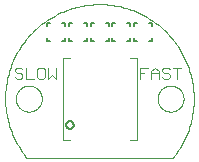
<source format=gto>
G75*
%MOIN*%
%OFA0B0*%
%FSLAX25Y25*%
%IPPOS*%
%LPD*%
%AMOC8*
5,1,8,0,0,1.08239X$1,22.5*
%
%ADD10C,0.00000*%
%ADD11C,0.00300*%
%ADD12C,0.00600*%
%ADD13C,0.00197*%
%ADD14C,0.00500*%
D10*
X0008237Y0001406D02*
X0057056Y0001406D01*
X0051937Y0021091D02*
X0051939Y0021222D01*
X0051945Y0021354D01*
X0051955Y0021485D01*
X0051969Y0021616D01*
X0051987Y0021746D01*
X0052009Y0021875D01*
X0052034Y0022004D01*
X0052064Y0022132D01*
X0052098Y0022259D01*
X0052135Y0022386D01*
X0052176Y0022510D01*
X0052221Y0022634D01*
X0052270Y0022756D01*
X0052322Y0022877D01*
X0052378Y0022995D01*
X0052438Y0023113D01*
X0052501Y0023228D01*
X0052568Y0023341D01*
X0052638Y0023453D01*
X0052711Y0023562D01*
X0052787Y0023668D01*
X0052867Y0023773D01*
X0052950Y0023875D01*
X0053036Y0023974D01*
X0053125Y0024071D01*
X0053217Y0024165D01*
X0053312Y0024256D01*
X0053409Y0024345D01*
X0053509Y0024430D01*
X0053612Y0024512D01*
X0053717Y0024591D01*
X0053824Y0024667D01*
X0053934Y0024739D01*
X0054046Y0024808D01*
X0054160Y0024874D01*
X0054275Y0024936D01*
X0054393Y0024995D01*
X0054512Y0025050D01*
X0054633Y0025102D01*
X0054756Y0025149D01*
X0054880Y0025193D01*
X0055005Y0025234D01*
X0055131Y0025270D01*
X0055259Y0025303D01*
X0055387Y0025331D01*
X0055516Y0025356D01*
X0055646Y0025377D01*
X0055776Y0025394D01*
X0055907Y0025407D01*
X0056038Y0025416D01*
X0056169Y0025421D01*
X0056301Y0025422D01*
X0056432Y0025419D01*
X0056564Y0025412D01*
X0056695Y0025401D01*
X0056825Y0025386D01*
X0056955Y0025367D01*
X0057085Y0025344D01*
X0057213Y0025318D01*
X0057341Y0025287D01*
X0057468Y0025252D01*
X0057594Y0025214D01*
X0057718Y0025172D01*
X0057842Y0025126D01*
X0057963Y0025076D01*
X0058083Y0025023D01*
X0058202Y0024966D01*
X0058319Y0024906D01*
X0058433Y0024842D01*
X0058546Y0024774D01*
X0058657Y0024703D01*
X0058766Y0024629D01*
X0058872Y0024552D01*
X0058976Y0024471D01*
X0059077Y0024388D01*
X0059176Y0024301D01*
X0059272Y0024211D01*
X0059365Y0024118D01*
X0059456Y0024023D01*
X0059543Y0023925D01*
X0059628Y0023824D01*
X0059709Y0023721D01*
X0059787Y0023615D01*
X0059862Y0023507D01*
X0059934Y0023397D01*
X0060002Y0023285D01*
X0060067Y0023171D01*
X0060128Y0023054D01*
X0060186Y0022936D01*
X0060240Y0022816D01*
X0060291Y0022695D01*
X0060338Y0022572D01*
X0060381Y0022448D01*
X0060420Y0022323D01*
X0060456Y0022196D01*
X0060487Y0022068D01*
X0060515Y0021940D01*
X0060539Y0021811D01*
X0060559Y0021681D01*
X0060575Y0021550D01*
X0060587Y0021419D01*
X0060595Y0021288D01*
X0060599Y0021157D01*
X0060599Y0021025D01*
X0060595Y0020894D01*
X0060587Y0020763D01*
X0060575Y0020632D01*
X0060559Y0020501D01*
X0060539Y0020371D01*
X0060515Y0020242D01*
X0060487Y0020114D01*
X0060456Y0019986D01*
X0060420Y0019859D01*
X0060381Y0019734D01*
X0060338Y0019610D01*
X0060291Y0019487D01*
X0060240Y0019366D01*
X0060186Y0019246D01*
X0060128Y0019128D01*
X0060067Y0019011D01*
X0060002Y0018897D01*
X0059934Y0018785D01*
X0059862Y0018675D01*
X0059787Y0018567D01*
X0059709Y0018461D01*
X0059628Y0018358D01*
X0059543Y0018257D01*
X0059456Y0018159D01*
X0059365Y0018064D01*
X0059272Y0017971D01*
X0059176Y0017881D01*
X0059077Y0017794D01*
X0058976Y0017711D01*
X0058872Y0017630D01*
X0058766Y0017553D01*
X0058657Y0017479D01*
X0058546Y0017408D01*
X0058434Y0017340D01*
X0058319Y0017276D01*
X0058202Y0017216D01*
X0058083Y0017159D01*
X0057963Y0017106D01*
X0057842Y0017056D01*
X0057718Y0017010D01*
X0057594Y0016968D01*
X0057468Y0016930D01*
X0057341Y0016895D01*
X0057213Y0016864D01*
X0057085Y0016838D01*
X0056955Y0016815D01*
X0056825Y0016796D01*
X0056695Y0016781D01*
X0056564Y0016770D01*
X0056432Y0016763D01*
X0056301Y0016760D01*
X0056169Y0016761D01*
X0056038Y0016766D01*
X0055907Y0016775D01*
X0055776Y0016788D01*
X0055646Y0016805D01*
X0055516Y0016826D01*
X0055387Y0016851D01*
X0055259Y0016879D01*
X0055131Y0016912D01*
X0055005Y0016948D01*
X0054880Y0016989D01*
X0054756Y0017033D01*
X0054633Y0017080D01*
X0054512Y0017132D01*
X0054393Y0017187D01*
X0054275Y0017246D01*
X0054160Y0017308D01*
X0054046Y0017374D01*
X0053934Y0017443D01*
X0053824Y0017515D01*
X0053717Y0017591D01*
X0053612Y0017670D01*
X0053509Y0017752D01*
X0053409Y0017837D01*
X0053312Y0017926D01*
X0053217Y0018017D01*
X0053125Y0018111D01*
X0053036Y0018208D01*
X0052950Y0018307D01*
X0052867Y0018409D01*
X0052787Y0018514D01*
X0052711Y0018620D01*
X0052638Y0018729D01*
X0052568Y0018841D01*
X0052501Y0018954D01*
X0052438Y0019069D01*
X0052378Y0019187D01*
X0052322Y0019305D01*
X0052270Y0019426D01*
X0052221Y0019548D01*
X0052176Y0019672D01*
X0052135Y0019796D01*
X0052098Y0019923D01*
X0052064Y0020050D01*
X0052034Y0020178D01*
X0052009Y0020307D01*
X0051987Y0020436D01*
X0051969Y0020566D01*
X0051955Y0020697D01*
X0051945Y0020828D01*
X0051939Y0020960D01*
X0051937Y0021091D01*
X0004693Y0021091D02*
X0004695Y0021222D01*
X0004701Y0021354D01*
X0004711Y0021485D01*
X0004725Y0021616D01*
X0004743Y0021746D01*
X0004765Y0021875D01*
X0004790Y0022004D01*
X0004820Y0022132D01*
X0004854Y0022259D01*
X0004891Y0022386D01*
X0004932Y0022510D01*
X0004977Y0022634D01*
X0005026Y0022756D01*
X0005078Y0022877D01*
X0005134Y0022995D01*
X0005194Y0023113D01*
X0005257Y0023228D01*
X0005324Y0023341D01*
X0005394Y0023453D01*
X0005467Y0023562D01*
X0005543Y0023668D01*
X0005623Y0023773D01*
X0005706Y0023875D01*
X0005792Y0023974D01*
X0005881Y0024071D01*
X0005973Y0024165D01*
X0006068Y0024256D01*
X0006165Y0024345D01*
X0006265Y0024430D01*
X0006368Y0024512D01*
X0006473Y0024591D01*
X0006580Y0024667D01*
X0006690Y0024739D01*
X0006802Y0024808D01*
X0006916Y0024874D01*
X0007031Y0024936D01*
X0007149Y0024995D01*
X0007268Y0025050D01*
X0007389Y0025102D01*
X0007512Y0025149D01*
X0007636Y0025193D01*
X0007761Y0025234D01*
X0007887Y0025270D01*
X0008015Y0025303D01*
X0008143Y0025331D01*
X0008272Y0025356D01*
X0008402Y0025377D01*
X0008532Y0025394D01*
X0008663Y0025407D01*
X0008794Y0025416D01*
X0008925Y0025421D01*
X0009057Y0025422D01*
X0009188Y0025419D01*
X0009320Y0025412D01*
X0009451Y0025401D01*
X0009581Y0025386D01*
X0009711Y0025367D01*
X0009841Y0025344D01*
X0009969Y0025318D01*
X0010097Y0025287D01*
X0010224Y0025252D01*
X0010350Y0025214D01*
X0010474Y0025172D01*
X0010598Y0025126D01*
X0010719Y0025076D01*
X0010839Y0025023D01*
X0010958Y0024966D01*
X0011075Y0024906D01*
X0011189Y0024842D01*
X0011302Y0024774D01*
X0011413Y0024703D01*
X0011522Y0024629D01*
X0011628Y0024552D01*
X0011732Y0024471D01*
X0011833Y0024388D01*
X0011932Y0024301D01*
X0012028Y0024211D01*
X0012121Y0024118D01*
X0012212Y0024023D01*
X0012299Y0023925D01*
X0012384Y0023824D01*
X0012465Y0023721D01*
X0012543Y0023615D01*
X0012618Y0023507D01*
X0012690Y0023397D01*
X0012758Y0023285D01*
X0012823Y0023171D01*
X0012884Y0023054D01*
X0012942Y0022936D01*
X0012996Y0022816D01*
X0013047Y0022695D01*
X0013094Y0022572D01*
X0013137Y0022448D01*
X0013176Y0022323D01*
X0013212Y0022196D01*
X0013243Y0022068D01*
X0013271Y0021940D01*
X0013295Y0021811D01*
X0013315Y0021681D01*
X0013331Y0021550D01*
X0013343Y0021419D01*
X0013351Y0021288D01*
X0013355Y0021157D01*
X0013355Y0021025D01*
X0013351Y0020894D01*
X0013343Y0020763D01*
X0013331Y0020632D01*
X0013315Y0020501D01*
X0013295Y0020371D01*
X0013271Y0020242D01*
X0013243Y0020114D01*
X0013212Y0019986D01*
X0013176Y0019859D01*
X0013137Y0019734D01*
X0013094Y0019610D01*
X0013047Y0019487D01*
X0012996Y0019366D01*
X0012942Y0019246D01*
X0012884Y0019128D01*
X0012823Y0019011D01*
X0012758Y0018897D01*
X0012690Y0018785D01*
X0012618Y0018675D01*
X0012543Y0018567D01*
X0012465Y0018461D01*
X0012384Y0018358D01*
X0012299Y0018257D01*
X0012212Y0018159D01*
X0012121Y0018064D01*
X0012028Y0017971D01*
X0011932Y0017881D01*
X0011833Y0017794D01*
X0011732Y0017711D01*
X0011628Y0017630D01*
X0011522Y0017553D01*
X0011413Y0017479D01*
X0011302Y0017408D01*
X0011190Y0017340D01*
X0011075Y0017276D01*
X0010958Y0017216D01*
X0010839Y0017159D01*
X0010719Y0017106D01*
X0010598Y0017056D01*
X0010474Y0017010D01*
X0010350Y0016968D01*
X0010224Y0016930D01*
X0010097Y0016895D01*
X0009969Y0016864D01*
X0009841Y0016838D01*
X0009711Y0016815D01*
X0009581Y0016796D01*
X0009451Y0016781D01*
X0009320Y0016770D01*
X0009188Y0016763D01*
X0009057Y0016760D01*
X0008925Y0016761D01*
X0008794Y0016766D01*
X0008663Y0016775D01*
X0008532Y0016788D01*
X0008402Y0016805D01*
X0008272Y0016826D01*
X0008143Y0016851D01*
X0008015Y0016879D01*
X0007887Y0016912D01*
X0007761Y0016948D01*
X0007636Y0016989D01*
X0007512Y0017033D01*
X0007389Y0017080D01*
X0007268Y0017132D01*
X0007149Y0017187D01*
X0007031Y0017246D01*
X0006916Y0017308D01*
X0006802Y0017374D01*
X0006690Y0017443D01*
X0006580Y0017515D01*
X0006473Y0017591D01*
X0006368Y0017670D01*
X0006265Y0017752D01*
X0006165Y0017837D01*
X0006068Y0017926D01*
X0005973Y0018017D01*
X0005881Y0018111D01*
X0005792Y0018208D01*
X0005706Y0018307D01*
X0005623Y0018409D01*
X0005543Y0018514D01*
X0005467Y0018620D01*
X0005394Y0018729D01*
X0005324Y0018841D01*
X0005257Y0018954D01*
X0005194Y0019069D01*
X0005134Y0019187D01*
X0005078Y0019305D01*
X0005026Y0019426D01*
X0004977Y0019548D01*
X0004932Y0019672D01*
X0004891Y0019796D01*
X0004854Y0019923D01*
X0004820Y0020050D01*
X0004790Y0020178D01*
X0004765Y0020307D01*
X0004743Y0020436D01*
X0004725Y0020566D01*
X0004711Y0020697D01*
X0004701Y0020828D01*
X0004695Y0020960D01*
X0004693Y0021091D01*
D11*
X0005066Y0027737D02*
X0004449Y0028354D01*
X0005066Y0027737D02*
X0006301Y0027737D01*
X0006918Y0028354D01*
X0006918Y0028971D01*
X0006301Y0029589D01*
X0005066Y0029589D01*
X0004449Y0030206D01*
X0004449Y0030823D01*
X0005066Y0031440D01*
X0006301Y0031440D01*
X0006918Y0030823D01*
X0008132Y0031440D02*
X0008132Y0027737D01*
X0010601Y0027737D01*
X0011816Y0028354D02*
X0012433Y0027737D01*
X0013667Y0027737D01*
X0014284Y0028354D01*
X0014284Y0030823D01*
X0013667Y0031440D01*
X0012433Y0031440D01*
X0011816Y0030823D01*
X0011816Y0028354D01*
X0015499Y0027737D02*
X0016733Y0028971D01*
X0017967Y0027737D01*
X0017967Y0031440D01*
X0015499Y0031440D02*
X0015499Y0027737D01*
X0001150Y0021091D02*
X0001164Y0020330D01*
X0001196Y0019569D01*
X0001247Y0018809D01*
X0001316Y0018050D01*
X0001404Y0017293D01*
X0001510Y0016539D01*
X0001634Y0015788D01*
X0001776Y0015039D01*
X0001937Y0014295D01*
X0002115Y0013554D01*
X0002312Y0012818D01*
X0002526Y0012087D01*
X0002757Y0011362D01*
X0003007Y0010642D01*
X0003273Y0009928D01*
X0003557Y0009221D01*
X0003858Y0008522D01*
X0004176Y0007829D01*
X0004511Y0007145D01*
X0004862Y0006469D01*
X0005229Y0005802D01*
X0005612Y0005143D01*
X0006011Y0004495D01*
X0006426Y0003856D01*
X0006856Y0003227D01*
X0007302Y0002609D01*
X0007762Y0002002D01*
X0008236Y0001406D01*
X0001150Y0021092D02*
X0001159Y0021861D01*
X0001187Y0022630D01*
X0001233Y0023398D01*
X0001298Y0024165D01*
X0001382Y0024930D01*
X0001485Y0025693D01*
X0001606Y0026453D01*
X0001746Y0027210D01*
X0001905Y0027963D01*
X0002082Y0028712D01*
X0002277Y0029456D01*
X0002490Y0030196D01*
X0002722Y0030930D01*
X0002971Y0031658D01*
X0003238Y0032380D01*
X0003522Y0033095D01*
X0003824Y0033802D01*
X0004144Y0034503D01*
X0004480Y0035195D01*
X0004833Y0035879D01*
X0005203Y0036554D01*
X0005589Y0037219D01*
X0005992Y0037875D01*
X0006410Y0038521D01*
X0006844Y0039157D01*
X0007293Y0039781D01*
X0007758Y0040395D01*
X0008238Y0040997D01*
X0008732Y0041587D01*
X0009240Y0042165D01*
X0009762Y0042730D01*
X0010299Y0043282D01*
X0010848Y0043821D01*
X0011410Y0044346D01*
X0011986Y0044857D01*
X0012573Y0045354D01*
X0013173Y0045837D01*
X0013784Y0046305D01*
X0014406Y0046757D01*
X0015040Y0047195D01*
X0015683Y0047616D01*
X0016337Y0048022D01*
X0017001Y0048412D01*
X0017674Y0048785D01*
X0018356Y0049141D01*
X0019047Y0049481D01*
X0019745Y0049804D01*
X0020451Y0050110D01*
X0021165Y0050398D01*
X0021885Y0050668D01*
X0022612Y0050921D01*
X0023345Y0051156D01*
X0024083Y0051374D01*
X0024827Y0051572D01*
X0025575Y0051753D01*
X0026327Y0051915D01*
X0027083Y0052059D01*
X0027843Y0052184D01*
X0028605Y0052291D01*
X0029369Y0052379D01*
X0030136Y0052448D01*
X0030904Y0052498D01*
X0031673Y0052530D01*
X0032442Y0052543D01*
X0033212Y0052537D01*
X0033981Y0052512D01*
X0034749Y0052468D01*
X0035516Y0052405D01*
X0036282Y0052324D01*
X0037045Y0052224D01*
X0037805Y0052105D01*
X0038562Y0051968D01*
X0039316Y0051812D01*
X0040066Y0051638D01*
X0040811Y0051445D01*
X0041551Y0051235D01*
X0042286Y0051006D01*
X0043015Y0050759D01*
X0043737Y0050495D01*
X0044453Y0050213D01*
X0045162Y0049913D01*
X0045864Y0049596D01*
X0046557Y0049262D01*
X0047242Y0048912D01*
X0047918Y0048544D01*
X0048585Y0048160D01*
X0049243Y0047760D01*
X0049890Y0047344D01*
X0050527Y0046912D01*
X0051153Y0046465D01*
X0051769Y0046003D01*
X0052372Y0045525D01*
X0052964Y0045033D01*
X0053544Y0044527D01*
X0054110Y0044006D01*
X0054665Y0043472D01*
X0055205Y0042925D01*
X0055733Y0042364D01*
X0056246Y0041791D01*
X0056745Y0041205D01*
X0057230Y0040607D01*
X0057700Y0039998D01*
X0058154Y0039377D01*
X0058594Y0038745D01*
X0059018Y0038103D01*
X0059426Y0037450D01*
X0059818Y0036788D01*
X0060193Y0036116D01*
X0060552Y0035435D01*
X0060894Y0034746D01*
X0061220Y0034049D01*
X0061528Y0033343D01*
X0061819Y0032631D01*
X0062092Y0031911D01*
X0062347Y0031185D01*
X0062585Y0030453D01*
X0062804Y0029716D01*
X0063006Y0028973D01*
X0063189Y0028226D01*
X0063354Y0027474D01*
X0063501Y0026718D01*
X0063629Y0025959D01*
X0063738Y0025198D01*
X0063828Y0024433D01*
X0063900Y0023667D01*
X0063953Y0022899D01*
X0063988Y0022131D01*
X0064003Y0021361D01*
X0064000Y0020592D01*
X0063977Y0019822D01*
X0063936Y0019054D01*
X0063876Y0018287D01*
X0063798Y0017521D01*
X0063700Y0016758D01*
X0063584Y0015997D01*
X0063450Y0015239D01*
X0063296Y0014485D01*
X0063125Y0013735D01*
X0062935Y0012989D01*
X0062727Y0012248D01*
X0062501Y0011512D01*
X0062257Y0010782D01*
X0061995Y0010059D01*
X0061715Y0009342D01*
X0061418Y0008632D01*
X0061104Y0007929D01*
X0060772Y0007235D01*
X0060424Y0006549D01*
X0060059Y0005871D01*
X0059677Y0005203D01*
X0059279Y0004544D01*
X0058866Y0003895D01*
X0058436Y0003256D01*
X0057991Y0002629D01*
X0057531Y0002012D01*
X0057055Y0001407D01*
X0058465Y0027737D02*
X0058465Y0031440D01*
X0057231Y0031440D02*
X0059700Y0031440D01*
X0056017Y0030823D02*
X0055399Y0031440D01*
X0054165Y0031440D01*
X0053548Y0030823D01*
X0053548Y0030206D01*
X0054165Y0029589D01*
X0055399Y0029589D01*
X0056017Y0028971D01*
X0056017Y0028354D01*
X0055399Y0027737D01*
X0054165Y0027737D01*
X0053548Y0028354D01*
X0052333Y0027737D02*
X0052333Y0030206D01*
X0051099Y0031440D01*
X0049865Y0030206D01*
X0049865Y0027737D01*
X0049865Y0029589D02*
X0052333Y0029589D01*
X0048650Y0031440D02*
X0046181Y0031440D01*
X0046181Y0027737D01*
X0046181Y0029589D02*
X0047416Y0029589D01*
D12*
X0049056Y0040375D02*
X0050056Y0040375D01*
X0050056Y0041375D01*
X0045056Y0040375D02*
X0044056Y0040375D01*
X0044056Y0041375D01*
X0042851Y0041335D02*
X0042851Y0040335D01*
X0041851Y0040335D01*
X0037851Y0040335D02*
X0036851Y0040335D01*
X0036851Y0041335D01*
X0035685Y0041335D02*
X0035685Y0040335D01*
X0034685Y0040335D01*
X0030685Y0040335D02*
X0029685Y0040335D01*
X0029685Y0041335D01*
X0028363Y0041375D02*
X0028363Y0040375D01*
X0027363Y0040375D01*
X0023363Y0040375D02*
X0022363Y0040375D01*
X0022363Y0041375D01*
X0021040Y0041335D02*
X0021040Y0040335D01*
X0020040Y0040335D01*
X0016040Y0040335D02*
X0015040Y0040335D01*
X0015040Y0041335D01*
X0015040Y0045335D02*
X0015040Y0046335D01*
X0016040Y0046335D01*
X0020040Y0046335D02*
X0021040Y0046335D01*
X0021040Y0045335D01*
X0022363Y0045375D02*
X0022363Y0046375D01*
X0023363Y0046375D01*
X0027363Y0046375D02*
X0028363Y0046375D01*
X0028363Y0045375D01*
X0029685Y0045335D02*
X0029685Y0046335D01*
X0030685Y0046335D01*
X0034685Y0046335D02*
X0035685Y0046335D01*
X0035685Y0045335D01*
X0036851Y0045335D02*
X0036851Y0046335D01*
X0037851Y0046335D01*
X0041851Y0046335D02*
X0042851Y0046335D01*
X0042851Y0045335D01*
X0044056Y0045375D02*
X0044056Y0046375D01*
X0045056Y0046375D01*
X0049056Y0046375D02*
X0050056Y0046375D01*
X0050056Y0045375D01*
D13*
X0045166Y0034792D02*
X0042804Y0034792D01*
X0045166Y0034792D02*
X0045166Y0007233D01*
X0042804Y0007233D01*
X0022725Y0007233D02*
X0020363Y0007233D01*
X0020363Y0034792D01*
X0022725Y0034792D01*
D14*
X0021480Y0012351D02*
X0021482Y0012421D01*
X0021488Y0012492D01*
X0021498Y0012561D01*
X0021512Y0012630D01*
X0021530Y0012699D01*
X0021551Y0012766D01*
X0021576Y0012832D01*
X0021605Y0012896D01*
X0021638Y0012958D01*
X0021674Y0013019D01*
X0021714Y0013077D01*
X0021756Y0013133D01*
X0021802Y0013187D01*
X0021851Y0013238D01*
X0021902Y0013286D01*
X0021957Y0013331D01*
X0022013Y0013373D01*
X0022072Y0013411D01*
X0022133Y0013446D01*
X0022196Y0013478D01*
X0022261Y0013506D01*
X0022327Y0013531D01*
X0022394Y0013551D01*
X0022463Y0013568D01*
X0022532Y0013581D01*
X0022602Y0013590D01*
X0022672Y0013595D01*
X0022743Y0013596D01*
X0022813Y0013593D01*
X0022883Y0013586D01*
X0022953Y0013575D01*
X0023022Y0013560D01*
X0023090Y0013541D01*
X0023156Y0013519D01*
X0023222Y0013493D01*
X0023286Y0013463D01*
X0023348Y0013429D01*
X0023408Y0013392D01*
X0023465Y0013352D01*
X0023521Y0013308D01*
X0023574Y0013262D01*
X0023624Y0013212D01*
X0023671Y0013160D01*
X0023715Y0013105D01*
X0023756Y0013048D01*
X0023794Y0012989D01*
X0023829Y0012927D01*
X0023859Y0012864D01*
X0023887Y0012799D01*
X0023910Y0012732D01*
X0023930Y0012665D01*
X0023946Y0012596D01*
X0023958Y0012527D01*
X0023966Y0012457D01*
X0023970Y0012386D01*
X0023970Y0012316D01*
X0023966Y0012245D01*
X0023958Y0012175D01*
X0023946Y0012106D01*
X0023930Y0012037D01*
X0023910Y0011970D01*
X0023887Y0011903D01*
X0023859Y0011838D01*
X0023829Y0011775D01*
X0023794Y0011713D01*
X0023756Y0011654D01*
X0023715Y0011597D01*
X0023671Y0011542D01*
X0023624Y0011490D01*
X0023574Y0011440D01*
X0023521Y0011394D01*
X0023465Y0011350D01*
X0023408Y0011310D01*
X0023347Y0011273D01*
X0023286Y0011239D01*
X0023222Y0011209D01*
X0023156Y0011183D01*
X0023090Y0011161D01*
X0023022Y0011142D01*
X0022953Y0011127D01*
X0022883Y0011116D01*
X0022813Y0011109D01*
X0022743Y0011106D01*
X0022672Y0011107D01*
X0022602Y0011112D01*
X0022532Y0011121D01*
X0022463Y0011134D01*
X0022394Y0011151D01*
X0022327Y0011171D01*
X0022261Y0011196D01*
X0022196Y0011224D01*
X0022133Y0011256D01*
X0022072Y0011291D01*
X0022013Y0011329D01*
X0021957Y0011371D01*
X0021902Y0011416D01*
X0021851Y0011464D01*
X0021802Y0011515D01*
X0021756Y0011569D01*
X0021714Y0011625D01*
X0021674Y0011683D01*
X0021638Y0011744D01*
X0021605Y0011806D01*
X0021576Y0011870D01*
X0021551Y0011936D01*
X0021530Y0012003D01*
X0021512Y0012072D01*
X0021498Y0012141D01*
X0021488Y0012210D01*
X0021482Y0012281D01*
X0021480Y0012351D01*
M02*

</source>
